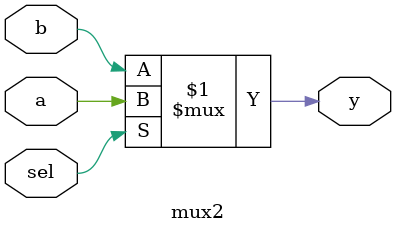
<source format=v>
module mux2 (
    input a,
    input b,
    input sel,
    output y
);

assign y = sel? a:b;

endmodule
</source>
